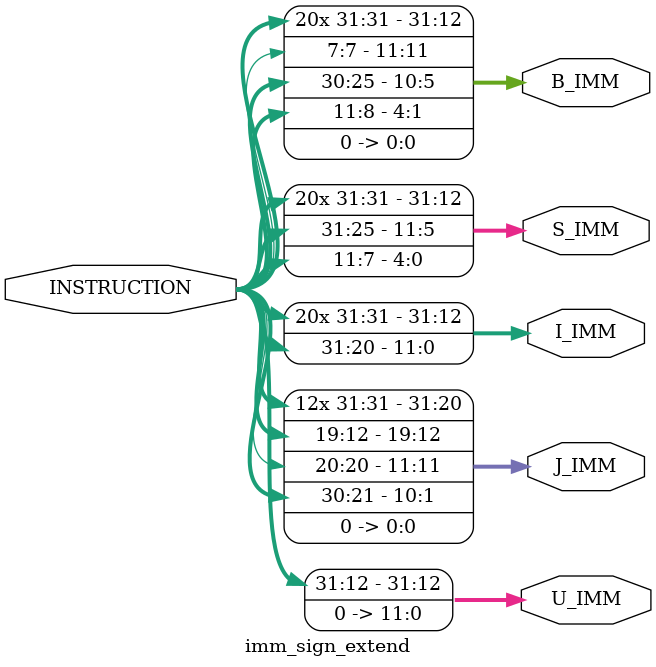
<source format=v>
module imm_sign_extend (INSTRUCTION, U_IMM, J_IMM, I_IMM, S_IMM, B_IMM);

input  [31:0] INSTRUCTION;
output [31:0] U_IMM, J_IMM, I_IMM, S_IMM, B_IMM;


// sign extention imidiate value for U type 
assign U_IMM = { INSTRUCTION[31:12], {12{1'b0}} };

// sign extention imidiate value for J type 
assign J_IMM = { {12{INSTRUCTION[31]}}, INSTRUCTION[19:12], INSTRUCTION[20], INSTRUCTION[30:21], 1'b0 };

// sign extention imidiate value for I type 
assign I_IMM = { {21{INSTRUCTION[31]}}, INSTRUCTION[30:20] };

// sign extention imidiate value for S type 
assign S_IMM = { {21{INSTRUCTION[31]}}, INSTRUCTION[30:25], INSTRUCTION[11:7]};

// sign extention imidiate value for B type 
assign B_IMM = { {20{INSTRUCTION[31]}}, INSTRUCTION[7], INSTRUCTION[30:25], INSTRUCTION[11:8], 1'b0};


endmodule
</source>
